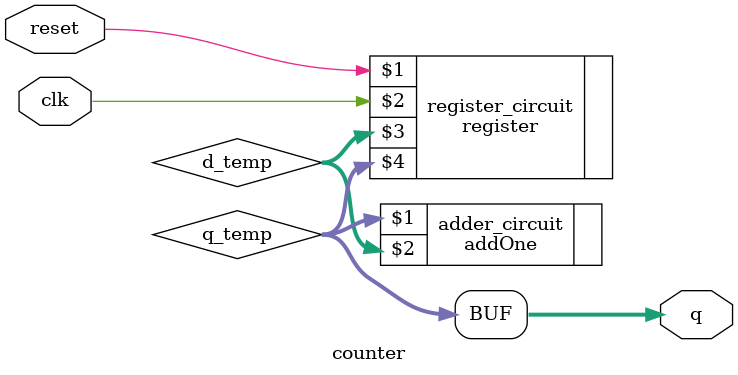
<source format=v>
module counter (
    input wire reset,
    input wire clk,
    output wire [6:0] q
);


wire [6:0] d_temp, q_temp;

register register_circuit (reset, clk, d_temp, q_temp);

addOne adder_circuit (q_temp, d_temp);

assign q = q_temp;

endmodule
</source>
